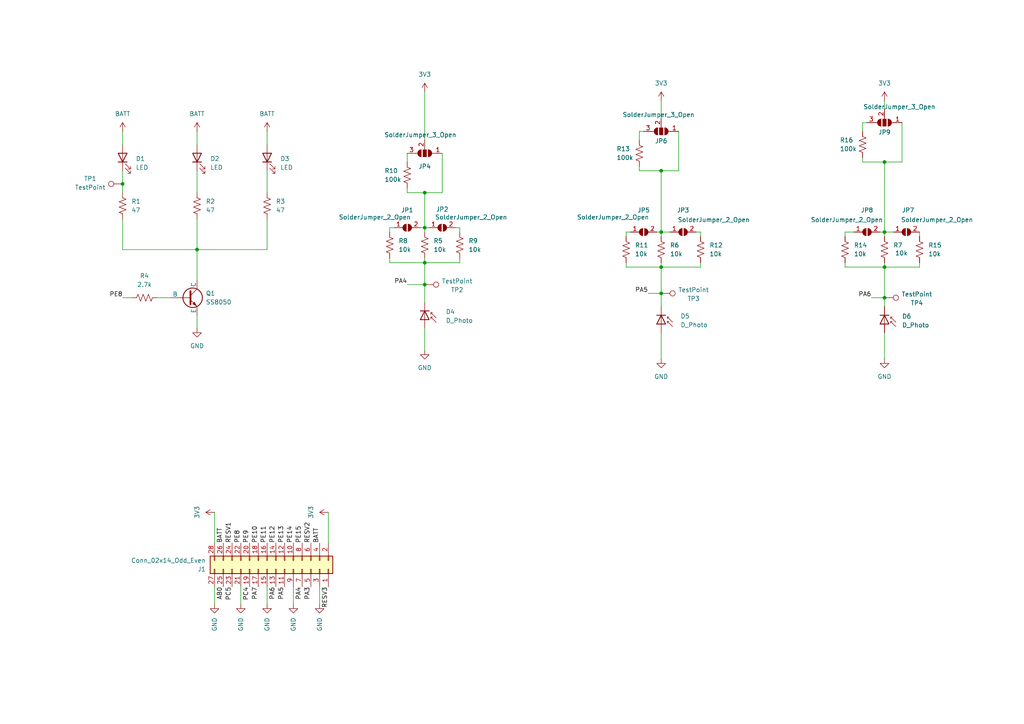
<source format=kicad_sch>
(kicad_sch (version 20231120) (generator "eeschema") (generator_version "8.0")
  (paper "A4")
  (lib_symbols
    (symbol "Connector:TestPoint" (pin_numbers hide) (pin_names (offset 0.762) hide)
      (property "Reference" "TP" (at 0 6.858 0))
      (property "Value" "TestPoint" (at 0 5.08 0))
      (symbol "TestPoint_0_1"
        (circle (center 0 3.302) (radius 0.762))
      )
      (symbol "TestPoint_1_1"
        (pin passive line (at 0 0 90) (length 2.54) (name "1") (number "1"))
      )
    )
    (symbol "Connector_Generic:Conn_02x14_Odd_Even" (pin_names (offset 1.016) hide)
      (property "Reference" "J" (at 1.27 17.78 0))
      (property "Value" "Conn_02x14_Odd_Even" (at 1.27 -20.32 0))
      (symbol "Conn_02x14_Odd_Even_1_1"
        (rectangle (start -1.27 -17.653) (end 0 -17.907) (stroke (width 0.1524)))
        (rectangle (start -1.27 -15.113) (end 0 -15.367) (stroke (width 0.1524)))
        (rectangle (start -1.27 -12.573) (end 0 -12.827) (stroke (width 0.1524)))
        (rectangle (start -1.27 -10.033) (end 0 -10.287) (stroke (width 0.1524)))
        (rectangle (start -1.27 -7.493) (end 0 -7.747) (stroke (width 0.1524)))
        (rectangle (start -1.27 -4.953) (end 0 -5.207) (stroke (width 0.1524)))
        (rectangle (start -1.27 -2.413) (end 0 -2.667) (stroke (width 0.1524)))
        (rectangle (start -1.27 0.127) (end 0 -0.127) (stroke (width 0.1524)))
        (rectangle (start -1.27 2.667) (end 0 2.413) (stroke (width 0.1524)))
        (rectangle (start -1.27 5.207) (end 0 4.953) (stroke (width 0.1524)))
        (rectangle (start -1.27 7.747) (end 0 7.493) (stroke (width 0.1524)))
        (rectangle (start -1.27 10.287) (end 0 10.033) (stroke (width 0.1524)))
        (rectangle (start -1.27 12.827) (end 0 12.573) (stroke (width 0.1524)))
        (rectangle (start -1.27 15.367) (end 0 15.113) (stroke (width 0.1524)))
        (rectangle (start -1.27 16.51) (end 3.81 -19.05) (stroke (width 0.254)) (fill (type background)))
        (rectangle (start 3.81 -17.653) (end 2.54 -17.907) (stroke (width 0.1524)))
        (rectangle (start 3.81 -15.113) (end 2.54 -15.367) (stroke (width 0.1524)))
        (rectangle (start 3.81 -12.573) (end 2.54 -12.827) (stroke (width 0.1524)))
        (rectangle (start 3.81 -10.033) (end 2.54 -10.287) (stroke (width 0.1524)))
        (rectangle (start 3.81 -7.493) (end 2.54 -7.747) (stroke (width 0.1524)))
        (rectangle (start 3.81 -4.953) (end 2.54 -5.207) (stroke (width 0.1524)))
        (rectangle (start 3.81 -2.413) (end 2.54 -2.667) (stroke (width 0.1524)))
        (rectangle (start 3.81 0.127) (end 2.54 -0.127) (stroke (width 0.1524)))
        (rectangle (start 3.81 2.667) (end 2.54 2.413) (stroke (width 0.1524)))
        (rectangle (start 3.81 5.207) (end 2.54 4.953) (stroke (width 0.1524)))
        (rectangle (start 3.81 7.747) (end 2.54 7.493) (stroke (width 0.1524)))
        (rectangle (start 3.81 10.287) (end 2.54 10.033) (stroke (width 0.1524)))
        (rectangle (start 3.81 12.827) (end 2.54 12.573) (stroke (width 0.1524)))
        (rectangle (start 3.81 15.367) (end 2.54 15.113) (stroke (width 0.1524)))
        (pin passive line (at -5.08 15.24 0) (length 3.81) (name "Pin_1") (number "1"))
        (pin passive line (at 7.62 5.08 180) (length 3.81) (name "Pin_10") (number "10"))
        (pin passive line (at -5.08 2.54 0) (length 3.81) (name "Pin_11") (number "11"))
        (pin passive line (at 7.62 2.54 180) (length 3.81) (name "Pin_12") (number "12"))
        (pin passive line (at -5.08 0 0) (length 3.81) (name "Pin_13") (number "13"))
        (pin passive line (at 7.62 0 180) (length 3.81) (name "Pin_14") (number "14"))
        (pin passive line (at -5.08 -2.54 0) (length 3.81) (name "Pin_15") (number "15"))
        (pin passive line (at 7.62 -2.54 180) (length 3.81) (name "Pin_16") (number "16"))
        (pin passive line (at -5.08 -5.08 0) (length 3.81) (name "Pin_17") (number "17"))
        (pin passive line (at 7.62 -5.08 180) (length 3.81) (name "Pin_18") (number "18"))
        (pin passive line (at -5.08 -7.62 0) (length 3.81) (name "Pin_19") (number "19"))
        (pin passive line (at 7.62 15.24 180) (length 3.81) (name "Pin_2") (number "2"))
        (pin passive line (at 7.62 -7.62 180) (length 3.81) (name "Pin_20") (number "20"))
        (pin passive line (at -5.08 -10.16 0) (length 3.81) (name "Pin_21") (number "21"))
        (pin passive line (at 7.62 -10.16 180) (length 3.81) (name "Pin_22") (number "22"))
        (pin passive line (at -5.08 -12.7 0) (length 3.81) (name "Pin_23") (number "23"))
        (pin passive line (at 7.62 -12.7 180) (length 3.81) (name "Pin_24") (number "24"))
        (pin passive line (at -5.08 -15.24 0) (length 3.81) (name "Pin_25") (number "25"))
        (pin passive line (at 7.62 -15.24 180) (length 3.81) (name "Pin_26") (number "26"))
        (pin passive line (at -5.08 -17.78 0) (length 3.81) (name "Pin_27") (number "27"))
        (pin passive line (at 7.62 -17.78 180) (length 3.81) (name "Pin_28") (number "28"))
        (pin passive line (at -5.08 12.7 0) (length 3.81) (name "Pin_3") (number "3"))
        (pin passive line (at 7.62 12.7 180) (length 3.81) (name "Pin_4") (number "4"))
        (pin passive line (at -5.08 10.16 0) (length 3.81) (name "Pin_5") (number "5"))
        (pin passive line (at 7.62 10.16 180) (length 3.81) (name "Pin_6") (number "6"))
        (pin passive line (at -5.08 7.62 0) (length 3.81) (name "Pin_7") (number "7"))
        (pin passive line (at 7.62 7.62 180) (length 3.81) (name "Pin_8") (number "8"))
        (pin passive line (at -5.08 5.08 0) (length 3.81) (name "Pin_9") (number "9"))
      )
    )
    (symbol "Device:D_Photo" (pin_numbers hide) (pin_names hide)
      (property "Reference" "D" (at 0.508 1.778 0))
      (property "Value" "D_Photo" (at -1.016 -2.794 0))
      (symbol "D_Photo_0_1"
        (polyline (pts (xy -2.54 1.27) (xy -2.54 -1.27)) (stroke (width 0.254)))
        (polyline (pts (xy -2.032 1.778) (xy -1.524 1.778)))
        (polyline (pts (xy 0 0) (xy -2.54 0)))
        (polyline (pts (xy -0.508 3.302) (xy -2.032 1.778) (xy -2.032 2.286)))
        (polyline (pts (xy 0 -1.27) (xy 0 1.27) (xy -2.54 0) (xy 0 -1.27)) (stroke (width 0.254)))
        (polyline (pts (xy 0.762 3.302) (xy -0.762 1.778) (xy -0.762 2.286) (xy -0.762 1.778) (xy -0.254 1.778)))
      )
      (symbol "D_Photo_1_1"
        (pin passive line (at -5.08 0 0) (length 2.54) (name "K") (number "1"))
        (pin passive line (at 2.54 0 180) (length 2.54) (name "A") (number "2"))
      )
    )
    (symbol "Device:LED" (pin_numbers hide) (pin_names (offset 1.016) hide)
      (property "Reference" "D" (at 0 2.54 0))
      (property "Value" "LED" (at 0 -2.54 0))
      (symbol "LED_0_1"
        (polyline (pts (xy -1.27 -1.27) (xy -1.27 1.27)) (stroke (width 0.254)))
        (polyline (pts (xy -1.27 0) (xy 1.27 0)))
        (polyline (pts (xy 1.27 -1.27) (xy 1.27 1.27) (xy -1.27 0) (xy 1.27 -1.27)) (stroke (width 0.254)))
        (polyline (pts (xy -3.048 -0.762) (xy -4.572 -2.286) (xy -3.81 -2.286) (xy -4.572 -2.286) (xy -4.572 -1.524)))
        (polyline (pts (xy -1.778 -0.762) (xy -3.302 -2.286) (xy -2.54 -2.286) (xy -3.302 -2.286) (xy -3.302 -1.524)))
      )
      (symbol "LED_1_1"
        (pin passive line (at -3.81 0 0) (length 2.54) (name "K") (number "1"))
        (pin passive line (at 3.81 0 180) (length 2.54) (name "A") (number "2"))
      )
    )
    (symbol "Device:R_US" (pin_numbers hide) (pin_names (offset 0))
      (property "Reference" "R" (at 2.54 0 90))
      (property "Value" "R_US" (at -2.54 0 90))
      (symbol "R_US_0_1"
        (polyline (pts (xy 0 -2.286) (xy 0 -2.54)))
        (polyline (pts (xy 0 2.286) (xy 0 2.54)))
        (polyline (pts (xy 0 -0.762) (xy 1.016 -1.143) (xy 0 -1.524) (xy -1.016 -1.905) (xy 0 -2.286)))
        (polyline (pts (xy 0 0.762) (xy 1.016 0.381) (xy 0 0) (xy -1.016 -0.381) (xy 0 -0.762)))
        (polyline (pts (xy 0 2.286) (xy 1.016 1.905) (xy 0 1.524) (xy -1.016 1.143) (xy 0 0.762)))
      )
      (symbol "R_US_1_1"
        (pin passive line (at 0 3.81 270) (length 1.27) (name "~") (number "1"))
        (pin passive line (at 0 -3.81 90) (length 1.27) (name "~") (number "2"))
      )
    )
    (symbol "Jumper:SolderJumper_2_Open" (pin_names (offset 0) hide)
      (property "Reference" "JP" (at 0 2.032 0))
      (property "Value" "SolderJumper_2_Open" (at 0 -2.54 0))
      (symbol "SolderJumper_2_Open_0_1"
        (arc (start -0.254 1.016) (mid -1.2656 0) (end -0.254 -1.016))
        (arc (start -0.254 1.016) (mid -1.2656 0) (end -0.254 -1.016) (fill (type outline)))
        (polyline (pts (xy -0.254 1.016) (xy -0.254 -1.016)))
        (polyline (pts (xy 0.254 1.016) (xy 0.254 -1.016)))
        (arc (start 0.254 -1.016) (mid 1.2656 0) (end 0.254 1.016))
        (arc (start 0.254 -1.016) (mid 1.2656 0) (end 0.254 1.016) (fill (type outline)))
      )
      (symbol "SolderJumper_2_Open_1_1"
        (pin passive line (at -3.81 0 0) (length 2.54) (name "A") (number "1"))
        (pin passive line (at 3.81 0 180) (length 2.54) (name "B") (number "2"))
      )
    )
    (symbol "Jumper:SolderJumper_3_Open" (pin_names (offset 0) hide)
      (property "Reference" "JP" (at -2.54 -2.54 0))
      (property "Value" "SolderJumper_3_Open" (at 0 2.794 0))
      (symbol "SolderJumper_3_Open_0_1"
        (arc (start -1.016 1.016) (mid -2.0276 0) (end -1.016 -1.016))
        (arc (start -1.016 1.016) (mid -2.0276 0) (end -1.016 -1.016) (fill (type outline)))
        (rectangle (start -0.508 1.016) (end 0.508 -1.016) (fill (type outline)))
        (polyline (pts (xy -2.54 0) (xy -2.032 0)))
        (polyline (pts (xy -1.016 1.016) (xy -1.016 -1.016)))
        (polyline (pts (xy 0 -1.27) (xy 0 -1.016)))
        (polyline (pts (xy 1.016 1.016) (xy 1.016 -1.016)))
        (polyline (pts (xy 2.54 0) (xy 2.032 0)))
        (arc (start 1.016 -1.016) (mid 2.0276 0) (end 1.016 1.016))
        (arc (start 1.016 -1.016) (mid 2.0276 0) (end 1.016 1.016) (fill (type outline)))
      )
      (symbol "SolderJumper_3_Open_1_1"
        (pin passive line (at -5.08 0 0) (length 2.54) (name "A") (number "1"))
        (pin passive line (at 0 -3.81 90) (length 2.54) (name "C") (number "2"))
        (pin passive line (at 5.08 0 180) (length 2.54) (name "B") (number "3"))
      )
    )
    (symbol "Simulation_SPICE:NPN" (pin_numbers hide) (pin_names (offset 0))
      (property "Reference" "Q" (at -2.54 7.62 0))
      (property "Value" "NPN" (at -2.54 5.08 0))
      (symbol "NPN_0_1"
        (polyline (pts (xy -2.54 0) (xy 0.635 0)) (stroke (width 0.1524)))
        (polyline (pts (xy 0.635 0.635) (xy 2.54 2.54)))
        (polyline (pts (xy 2.794 -1.27) (xy 2.794 -1.27)) (stroke (width 0.1524)))
        (polyline (pts (xy 2.794 -1.27) (xy 2.794 -1.27)) (stroke (width 0.1524)))
        (polyline (pts (xy 0.635 -0.635) (xy 2.54 -2.54) (xy 2.54 -2.54)))
        (polyline (pts (xy 0.635 1.905) (xy 0.635 -1.905) (xy 0.635 -1.905)) (stroke (width 0.508)))
        (polyline (pts (xy 1.27 -1.778) (xy 1.778 -1.27) (xy 2.286 -2.286) (xy 1.27 -1.778) (xy 1.27 -1.778)) (fill (type outline)))
        (circle (center 1.27 0) (radius 2.8194) (stroke (width 0.254)))
      )
      (symbol "NPN_1_1"
        (pin open_collector line (at 2.54 5.08 270) (length 2.54) (name "C") (number "1"))
        (pin input line (at -5.08 0 0) (length 2.54) (name "B") (number "2"))
        (pin open_emitter line (at 2.54 -5.08 90) (length 2.54) (name "E") (number "3"))
      )
    )
    (symbol "power:+3V3" (power) (pin_numbers hide) (pin_names (offset 0) hide)
      (property "Value" "+3V3" (at 0 3.556 0))
      (symbol "+3V3_0_1"
        (polyline (pts (xy -0.762 1.27) (xy 0 2.54)))
        (polyline (pts (xy 0 0) (xy 0 2.54)))
        (polyline (pts (xy 0 2.54) (xy 0.762 1.27)))
      )
      (symbol "+3V3_1_1"
        (pin power_in line (at 0 0 90) (length 0) (name "~") (number "1"))
      )
    )
    (symbol "power:GND" (power) (pin_numbers hide) (pin_names (offset 0) hide)
      (property "Value" "GND" (at 0 -3.81 0))
      (symbol "GND_0_1"
        (polyline (pts (xy 0 0) (xy 0 -1.27) (xy 1.27 -1.27) (xy 0 -2.54) (xy -1.27 -1.27) (xy 0 -1.27)))
      )
      (symbol "GND_1_1"
        (pin power_in line (at 0 0 270) (length 0) (name "~") (number "1"))
      )
    )
    (symbol "power:VDD" (power) (pin_numbers hide) (pin_names (offset 0) hide)
      (property "Value" "VDD" (at 0 3.556 0))
      (symbol "VDD_0_1"
        (polyline (pts (xy -0.762 1.27) (xy 0 2.54)))
        (polyline (pts (xy 0 0) (xy 0 2.54)))
        (polyline (pts (xy 0 2.54) (xy 0.762 1.27)))
      )
      (symbol "VDD_1_1"
        (pin power_in line (at 0 0 90) (length 0) (name "~") (number "1"))
      )
    )
  )
  (junction (at 57.15 72.39))
  (junction (at 256.54 46.99))
  (junction (at 256.54 77.47))
  (junction (at 256.54 67.31))
  (junction (at 256.54 86.36))
  (junction (at 191.77 85.09))
  (junction (at 123.19 82.55))
  (junction (at 35.56 53.34))
  (junction (at 123.19 66.04))
  (junction (at 191.77 49.53))
  (junction (at 123.19 55.88))
  (junction (at 191.77 67.31))
  (junction (at 191.77 77.47))
  (junction (at 123.19 76.2))
  (wire (pts (xy 181.61 67.31) (xy 182.88 67.31)))
  (wire (pts (xy 57.15 38.1) (xy 57.15 41.91)))
  (wire (pts (xy 245.11 68.58) (xy 245.11 67.31)))
  (wire (pts (xy 128.27 44.45) (xy 128.27 55.88)))
  (wire (pts (xy 77.47 63.5) (xy 77.47 72.39)))
  (wire (pts (xy 203.2 67.31) (xy 201.93 67.31)))
  (wire (pts (xy 57.15 72.39) (xy 77.47 72.39)))
  (wire (pts (xy 62.23 175.26) (xy 62.23 170.18)))
  (wire (pts (xy 256.54 86.36) (xy 256.54 88.9)))
  (wire (pts (xy 77.47 49.53) (xy 77.47 55.88)))
  (wire (pts (xy 187.96 85.09) (xy 191.77 85.09)))
  (wire (pts (xy 185.42 49.53) (xy 185.42 48.26)))
  (wire (pts (xy 203.2 67.31) (xy 203.2 68.58)))
  (wire (pts (xy 123.19 66.04) (xy 124.46 66.04)))
  (wire (pts (xy 256.54 29.21) (xy 256.54 31.75)))
  (wire (pts (xy 118.11 55.88) (xy 118.11 54.61)))
  (wire (pts (xy 35.56 49.53) (xy 35.56 53.34)))
  (wire (pts (xy 185.42 49.53) (xy 191.77 49.53)))
  (wire (pts (xy 118.11 44.45) (xy 118.11 46.99)))
  (wire (pts (xy 256.54 67.31) (xy 259.08 67.31)))
  (wire (pts (xy 191.77 49.53) (xy 191.77 67.31)))
  (wire (pts (xy 191.77 29.21) (xy 191.77 34.29)))
  (wire (pts (xy 92.71 175.26) (xy 92.71 170.18)))
  (wire (pts (xy 132.08 66.04) (xy 133.35 66.04)))
  (wire (pts (xy 35.56 38.1) (xy 35.56 41.91)))
  (wire (pts (xy 261.62 35.56) (xy 261.62 46.99)))
  (wire (pts (xy 196.85 38.1) (xy 196.85 49.53)))
  (wire (pts (xy 123.19 95.25) (xy 123.19 101.6)))
  (wire (pts (xy 45.72 86.36) (xy 49.53 86.36)))
  (wire (pts (xy 256.54 67.31) (xy 256.54 68.58)))
  (wire (pts (xy 250.19 35.56) (xy 251.46 35.56)))
  (wire (pts (xy 35.56 63.5) (xy 35.56 72.39)))
  (wire (pts (xy 85.09 175.26) (xy 85.09 170.18)))
  (wire (pts (xy 245.11 76.2) (xy 245.11 77.47)))
  (wire (pts (xy 250.19 46.99) (xy 256.54 46.99)))
  (wire (pts (xy 123.19 82.55) (xy 123.19 87.63)))
  (wire (pts (xy 191.77 67.31) (xy 191.77 68.58)))
  (wire (pts (xy 57.15 72.39) (xy 57.15 81.28)))
  (wire (pts (xy 245.11 77.47) (xy 256.54 77.47)))
  (wire (pts (xy 77.47 175.26) (xy 77.47 170.18)))
  (wire (pts (xy 191.77 77.47) (xy 203.2 77.47)))
  (wire (pts (xy 191.77 77.47) (xy 191.77 85.09)))
  (wire (pts (xy 69.85 175.26) (xy 69.85 170.18)))
  (wire (pts (xy 133.35 66.04) (xy 133.35 67.31)))
  (wire (pts (xy 191.77 85.09) (xy 191.77 88.9)))
  (wire (pts (xy 57.15 49.53) (xy 57.15 55.88)))
  (wire (pts (xy 35.56 72.39) (xy 57.15 72.39)))
  (wire (pts (xy 185.42 38.1) (xy 186.69 38.1)))
  (wire (pts (xy 121.92 66.04) (xy 123.19 66.04)))
  (wire (pts (xy 77.47 38.1) (xy 77.47 41.91)))
  (wire (pts (xy 62.23 148.59) (xy 62.23 157.48)))
  (wire (pts (xy 256.54 77.47) (xy 266.7 77.47)))
  (wire (pts (xy 113.03 66.04) (xy 114.3 66.04)))
  (wire (pts (xy 250.19 35.56) (xy 250.19 38.1)))
  (wire (pts (xy 123.19 76.2) (xy 123.19 82.55)))
  (wire (pts (xy 191.77 49.53) (xy 196.85 49.53)))
  (wire (pts (xy 250.19 46.99) (xy 250.19 45.72)))
  (wire (pts (xy 113.03 67.31) (xy 113.03 66.04)))
  (wire (pts (xy 113.03 76.2) (xy 123.19 76.2)))
  (wire (pts (xy 256.54 46.99) (xy 256.54 67.31)))
  (wire (pts (xy 123.19 66.04) (xy 123.19 67.31)))
  (wire (pts (xy 118.11 82.55) (xy 123.19 82.55)))
  (wire (pts (xy 35.56 53.34) (xy 35.56 55.88)))
  (wire (pts (xy 35.56 86.36) (xy 38.1 86.36)))
  (wire (pts (xy 181.61 76.2) (xy 181.61 77.47)))
  (wire (pts (xy 118.11 55.88) (xy 123.19 55.88)))
  (wire (pts (xy 252.73 86.36) (xy 256.54 86.36)))
  (wire (pts (xy 57.15 91.44) (xy 57.15 95.25)))
  (wire (pts (xy 266.7 76.2) (xy 266.7 77.47)))
  (wire (pts (xy 266.7 68.58) (xy 266.7 67.31)))
  (wire (pts (xy 95.25 157.48) (xy 95.25 148.59)))
  (wire (pts (xy 133.35 74.93) (xy 133.35 76.2)))
  (wire (pts (xy 123.19 55.88) (xy 128.27 55.88)))
  (wire (pts (xy 113.03 74.93) (xy 113.03 76.2)))
  (wire (pts (xy 256.54 76.2) (xy 256.54 77.47)))
  (wire (pts (xy 256.54 96.52) (xy 256.54 104.14)))
  (wire (pts (xy 133.35 76.2) (xy 123.19 76.2)))
  (wire (pts (xy 190.5 67.31) (xy 191.77 67.31)))
  (wire (pts (xy 203.2 76.2) (xy 203.2 77.47)))
  (wire (pts (xy 185.42 38.1) (xy 185.42 40.64)))
  (wire (pts (xy 123.19 55.88) (xy 123.19 66.04)))
  (wire (pts (xy 123.19 74.93) (xy 123.19 76.2)))
  (wire (pts (xy 191.77 67.31) (xy 194.31 67.31)))
  (wire (pts (xy 57.15 63.5) (xy 57.15 72.39)))
  (wire (pts (xy 191.77 96.52) (xy 191.77 104.14)))
  (wire (pts (xy 181.61 77.47) (xy 191.77 77.47)))
  (wire (pts (xy 123.19 26.67) (xy 123.19 40.64)))
  (wire (pts (xy 256.54 46.99) (xy 261.62 46.99)))
  (wire (pts (xy 256.54 77.47) (xy 256.54 86.36)))
  (wire (pts (xy 191.77 76.2) (xy 191.77 77.47)))
  (wire (pts (xy 245.11 67.31) (xy 247.65 67.31)))
  (wire (pts (xy 255.27 67.31) (xy 256.54 67.31)))
  (wire (pts (xy 181.61 68.58) (xy 181.61 67.31)))
  (label "PE9" (at 72.39 157.48 90))
  (label "PE12" (at 80.01 157.48 90))
  (label "PE14" (at 85.09 157.48 90))
  (label "PA5" (at 82.55 170.18 270))
  (label "PA6" (at 252.73 86.36 180))
  (label "PE10" (at 74.93 157.48 90))
  (label "AB0" (at 64.77 170.18 270))
  (label "BATT" (at 92.71 157.48 90))
  (label "PE8" (at 69.85 157.48 90))
  (label "RESV1" (at 67.31 157.48 90))
  (label "PC4" (at 72.39 170.18 270))
  (label "PE13" (at 82.55 157.48 90))
  (label "PC5" (at 67.31 170.18 270))
  (label "BATT" (at 64.77 157.48 90))
  (label "PE15" (at 87.63 157.48 90))
  (label "PE11" (at 77.47 157.48 90))
  (label "PA7" (at 74.93 170.18 270))
  (label "PA4" (at 118.11 82.55 180))
  (label "PA3" (at 90.17 170.18 270))
  (label "PA4" (at 87.63 170.18 270))
  (label "PA6" (at 80.01 170.18 270))
  (label "PA5" (at 187.96 85.09 180))
  (label "PE8" (at 35.56 86.36 180))
  (label "RESV3" (at 95.25 170.18 270))
  (label "RESV2" (at 90.17 157.48 90))
  (symbol (lib_id "power:GND") (at 85.09 175.26 0) (unit 1)
    (property "Reference" "#PWR014" (effects (hide yes)))
    (property "Value" "GND" (at 85.0899 179.07 90) (effects (justify right)))
    (property "Description" "Power symbol creates a global label with name \"GND\" , ground" (effects (hide yes)))
  )
  (symbol (lib_id "Device:LED") (at 77.47 45.72 90) (unit 1)
    (property "Reference" "D3" (at 81.28 46.0374 90) (effects (justify right)))
    (property "Value" "LED" (at 81.28 48.5774 90) (effects (justify right)))
    (property "Footprint" "LED_THT:LED_D5.0mm" (effects (hide yes)))
    (property "Description" "Light emitting diode" (effects (hide yes)))
    (property "LCSC" "C405270" (effects (hide yes)))
    (property "Extended" "1" (effects (hide yes)))
    (property "Price" "0.0767" (effects (hide yes)))
    (property "Populate" "1" (effects (hide yes)))
  )
  (symbol (lib_id "Device:R_US") (at 118.11 50.8 0) (unit 1)
    (property "Reference" "R10" (at 111.506 49.53 0) (effects (justify left)))
    (property "Value" "100k" (at 111.506 52.07 0) (effects (justify left)))
    (property "Footprint" "Resistor_SMD:R_0805_2012Metric" (effects (hide yes)))
    (property "Description" "Resistor, US symbol" (effects (hide yes)))
    (property "LCSC" "C149504" (effects (hide yes)))
    (property "Extended" "0" (effects (hide yes)))
    (property "Price" "0.0017" (effects (hide yes)))
    (property "Populate" "1" (effects (hide yes)))
  )
  (symbol (lib_id "power:GND") (at 57.15 95.25 0) (unit 1)
    (property "Reference" "#PWR04" (effects (hide yes)))
    (property "Value" "GND" (at 57.15 100.33 0))
    (property "Description" "Power symbol creates a global label with name \"GND\" , ground" (effects (hide yes)))
  )
  (symbol (lib_id "Device:R_US") (at 250.19 41.91 0) (unit 1)
    (property "Reference" "R16" (at 243.586 40.64 0) (effects (justify left)))
    (property "Value" "100k" (at 243.586 43.18 0) (effects (justify left)))
    (property "Footprint" "Resistor_SMD:R_0805_2012Metric" (effects (hide yes)))
    (property "Description" "Resistor, US symbol" (effects (hide yes)))
    (property "LCSC" "C149504" (effects (hide yes)))
    (property "Extended" "0" (effects (hide yes)))
    (property "Price" "0.0017" (effects (hide yes)))
    (property "Populate" "1" (effects (hide yes)))
  )
  (symbol (lib_id "power:+3V3") (at 191.77 29.21 0) (unit 1)
    (property "Reference" "#PWR09" (effects (hide yes)))
    (property "Value" "3V3" (at 191.77 24.13 0))
    (property "Description" "Power symbol creates a global label with name \"+3V3\"" (effects (hide yes)))
  )
  (symbol (lib_id "power:GND") (at 191.77 104.14 0) (unit 1)
    (property "Reference" "#PWR010" (effects (hide yes)))
    (property "Value" "GND" (at 191.77 109.22 0))
    (property "Description" "Power symbol creates a global label with name \"GND\" , ground" (effects (hide yes)))
  )
  (symbol (lib_id "Jumper:SolderJumper_3_Open") (at 123.19 44.45 180) (unit 1)
    (property "Reference" "JP4" (at 123.19 48.26 0))
    (property "Value" "SolderJumper_3_Open" (at 121.92 39.116 0))
    (property "Description" "Solder Jumper, 3-pole, open" (effects (hide yes)))
  )
  (symbol (lib_id "power:GND") (at 92.71 175.26 0) (unit 1)
    (property "Reference" "#PWR013" (effects (hide yes)))
    (property "Value" "GND" (at 92.7099 179.07 90) (effects (justify right)))
    (property "Description" "Power symbol creates a global label with name \"GND\" , ground" (effects (hide yes)))
  )
  (symbol (lib_id "Jumper:SolderJumper_2_Open") (at 186.69 67.31 0) (unit 1)
    (property "Reference" "JP5" (at 186.69 60.96 0))
    (property "Value" "SolderJumper_2_Open" (at 177.8 62.992 0))
    (property "Description" "Solder Jumper, 2-pole, open" (effects (hide yes)))
  )
  (symbol (lib_id "Connector:TestPoint") (at 123.19 82.55 270) (unit 1)
    (property "Reference" "TP2" (at 132.588 84.074 90))
    (property "Value" "TestPoint" (at 132.588 81.534 90))
    (property "Description" "test point" (effects (hide yes)))
  )
  (symbol (lib_id "Device:R_US") (at 203.2 72.39 0) (unit 1)
    (property "Reference" "R12" (at 205.74 71.1199 0) (effects (justify left)))
    (property "Value" "10k" (at 205.74 73.6599 0) (effects (justify left)))
    (property "Footprint" "Resistor_SMD:R_0805_2012Metric" (effects (hide yes)))
    (property "Description" "Resistor, US symbol" (effects (hide yes)))
    (property "LCSC" "C17414" (effects (hide yes)))
    (property "Extended" "0" (effects (hide yes)))
    (property "Price" "0.0013" (effects (hide yes)))
    (property "Populate" "1" (effects (hide yes)))
  )
  (symbol (lib_id "power:VDD") (at 77.47 38.1 0) (unit 1)
    (property "Reference" "#PWR05" (effects (hide yes)))
    (property "Value" "BATT" (at 77.47 33.02 0))
    (property "Description" "Power symbol creates a global label with name \"VDD\"" (effects (hide yes)))
  )
  (symbol (lib_id "Device:D_Photo") (at 191.77 93.98 270) (unit 1)
    (property "Reference" "D5" (at 197.358 91.694 90) (effects (justify left)))
    (property "Value" "D_Photo" (at 197.358 94.234 90) (effects (justify left)))
    (property "Footprint" "LED_THT:LED_D5.0mm" (effects (hide yes)))
    (property "Description" "Photodiode" (effects (hide yes)))
    (property "LCSC" "C95399" (effects (hide yes)))
    (property "Extended" "1" (effects (hide yes)))
    (property "Price" "0.1518" (effects (hide yes)))
    (property "Populate" "1" (effects (hide yes)))
  )
  (symbol (lib_id "power:GND") (at 69.85 175.26 0) (unit 1)
    (property "Reference" "#PWR016" (effects (hide yes)))
    (property "Value" "GND" (at 69.8499 179.07 90) (effects (justify right)))
    (property "Description" "Power symbol creates a global label with name \"GND\" , ground" (effects (hide yes)))
  )
  (symbol (lib_id "power:+3V3") (at 95.25 148.59 90) (unit 1)
    (property "Reference" "#PWR06" (effects (hide yes)))
    (property "Value" "3V3" (at 90.17 148.59 0))
    (property "Description" "Power symbol creates a global label with name \"+3V3\"" (effects (hide yes)))
  )
  (symbol (lib_id "power:+3V3") (at 62.23 148.59 90) (unit 1)
    (property "Reference" "#PWR01" (effects (hide yes)))
    (property "Value" "3V3" (at 57.15 148.59 0))
    (property "Description" "Power symbol creates a global label with name \"+3V3\"" (effects (hide yes)))
  )
  (symbol (lib_id "Device:R_US") (at 191.77 72.39 0) (unit 1)
    (property "Reference" "R6" (at 194.31 71.1199 0) (effects (justify left)))
    (property "Value" "10k" (at 194.31 73.6599 0) (effects (justify left)))
    (property "Footprint" "Resistor_SMD:R_0805_2012Metric" (effects (hide yes)))
    (property "Description" "Resistor, US symbol" (effects (hide yes)))
    (property "LCSC" "C17414" (effects (hide yes)))
    (property "Extended" "0" (effects (hide yes)))
    (property "Price" "0.0013" (effects (hide yes)))
    (property "Populate" "1" (effects (hide yes)))
  )
  (symbol (lib_id "Device:R_US") (at 245.11 72.39 0) (unit 1)
    (property "Reference" "R14" (at 247.65 71.1199 0) (effects (justify left)))
    (property "Value" "10k" (at 247.65 73.6599 0) (effects (justify left)))
    (property "Footprint" "Resistor_SMD:R_0805_2012Metric" (effects (hide yes)))
    (property "Description" "Resistor, US symbol" (effects (hide yes)))
    (property "LCSC" "C17414" (effects (hide yes)))
    (property "Extended" "0" (effects (hide yes)))
    (property "Price" "0.0013" (effects (hide yes)))
    (property "Populate" "1" (effects (hide yes)))
  )
  (symbol (lib_id "power:VDD") (at 35.56 38.1 0) (unit 1)
    (property "Reference" "#PWR02" (effects (hide yes)))
    (property "Value" "BATT" (at 35.56 33.02 0))
    (property "Description" "Power symbol creates a global label with name \"VDD\"" (effects (hide yes)))
  )
  (symbol (lib_id "power:+3V3") (at 123.19 26.67 0) (unit 1)
    (property "Reference" "#PWR07" (effects (hide yes)))
    (property "Value" "3V3" (at 123.19 21.59 0))
    (property "Description" "Power symbol creates a global label with name \"+3V3\"" (effects (hide yes)))
  )
  (symbol (lib_id "power:GND") (at 77.47 175.26 0) (unit 1)
    (property "Reference" "#PWR015" (effects (hide yes)))
    (property "Value" "GND" (at 77.4699 179.07 90) (effects (justify right)))
    (property "Description" "Power symbol creates a global label with name \"GND\" , ground" (effects (hide yes)))
  )
  (symbol (lib_id "Device:R_US") (at 41.91 86.36 90) (unit 1)
    (property "Reference" "R4" (at 41.91 80.01 90))
    (property "Value" "2.7k" (at 41.91 82.55 90))
    (property "Footprint" "Resistor_SMD:R_0805_2012Metric" (effects (hide yes)))
    (property "Description" "Resistor, US symbol" (effects (hide yes)))
    (property "LCSC" "C17530" (effects (hide yes)))
    (property "Extended" "0" (effects (hide yes)))
    (property "Price" "0.0016" (effects (hide yes)))
    (property "Populate" "1" (effects (hide yes)))
  )
  (symbol (lib_id "Device:R_US") (at 35.56 59.69 0) (unit 1)
    (property "Reference" "R1" (at 38.1 58.4199 0) (effects (justify left)))
    (property "Value" "47" (at 38.1 60.9599 0) (effects (justify left)))
    (property "Footprint" "Resistor_SMD:R_0805_2012Metric" (effects (hide yes)))
    (property "Description" "Resistor, US symbol" (effects (hide yes)))
    (property "LCSC" "C17714" (effects (hide yes)))
    (property "Extended" "0" (effects (hide yes)))
    (property "Price" "0.0017" (effects (hide yes)))
    (property "Populate" "1" (effects (hide yes)))
  )
  (symbol (lib_id "Device:R_US") (at 113.03 71.12 0) (unit 1)
    (property "Reference" "R8" (at 115.57 69.8499 0) (effects (justify left)))
    (property "Value" "10k" (at 115.57 72.3899 0) (effects (justify left)))
    (property "Footprint" "Resistor_SMD:R_0805_2012Metric" (effects (hide yes)))
    (property "Description" "Resistor, US symbol" (effects (hide yes)))
    (property "LCSC" "C17414" (effects (hide yes)))
    (property "Extended" "0" (effects (hide yes)))
    (property "Price" "0.0013" (effects (hide yes)))
    (property "Populate" "1" (effects (hide yes)))
  )
  (symbol (lib_id "power:GND") (at 123.19 101.6 0) (unit 1)
    (property "Reference" "#PWR08" (effects (hide yes)))
    (property "Value" "GND" (at 123.19 106.68 0))
    (property "Description" "Power symbol creates a global label with name \"GND\" , ground" (effects (hide yes)))
  )
  (symbol (lib_id "power:+3V3") (at 256.54 29.21 0) (unit 1)
    (property "Reference" "#PWR011" (effects (hide yes)))
    (property "Value" "3V3" (at 256.54 24.13 0))
    (property "Description" "Power symbol creates a global label with name \"+3V3\"" (effects (hide yes)))
  )
  (symbol (lib_id "Connector:TestPoint") (at 256.54 86.36 270) (unit 1)
    (property "Reference" "TP4" (at 265.938 87.884 90))
    (property "Value" "TestPoint" (at 265.938 85.344 90))
    (property "Description" "test point" (effects (hide yes)))
  )
  (symbol (lib_id "Device:R_US") (at 123.19 71.12 0) (unit 1)
    (property "Reference" "R5" (at 125.73 69.8499 0) (effects (justify left)))
    (property "Value" "10k" (at 125.73 72.3899 0) (effects (justify left)))
    (property "Footprint" "Resistor_SMD:R_0805_2012Metric" (effects (hide yes)))
    (property "Description" "Resistor, US symbol" (effects (hide yes)))
    (property "LCSC" "C17414" (effects (hide yes)))
    (property "Extended" "0" (effects (hide yes)))
    (property "Price" "0.0013" (effects (hide yes)))
    (property "Populate" "1" (effects (hide yes)))
  )
  (symbol (lib_id "Jumper:SolderJumper_3_Open") (at 256.54 35.56 180) (unit 1)
    (property "Reference" "JP9" (at 256.54 38.354 0))
    (property "Value" "SolderJumper_3_Open" (at 260.858 30.988 0))
    (property "Description" "Solder Jumper, 3-pole, open" (effects (hide yes)))
  )
  (symbol (lib_id "Device:LED") (at 57.15 45.72 90) (unit 1)
    (property "Reference" "D2" (at 60.96 46.0374 90) (effects (justify right)))
    (property "Value" "LED" (at 60.96 48.5774 90) (effects (justify right)))
    (property "Footprint" "LED_THT:LED_D5.0mm" (effects (hide yes)))
    (property "Description" "Light emitting diode" (effects (hide yes)))
    (property "LCSC" "C405270" (effects (hide yes)))
    (property "Extended" "1" (effects (hide yes)))
    (property "Price" "0.0767" (effects (hide yes)))
    (property "Populate" "1" (effects (hide yes)))
  )
  (symbol (lib_id "Device:R_US") (at 57.15 59.69 0) (unit 1)
    (property "Reference" "R2" (at 59.69 58.4199 0) (effects (justify left)))
    (property "Value" "47" (at 59.69 60.9599 0) (effects (justify left)))
    (property "Footprint" "Resistor_SMD:R_0805_2012Metric" (effects (hide yes)))
    (property "Description" "Resistor, US symbol" (effects (hide yes)))
    (property "LCSC" "C17714" (effects (hide yes)))
    (property "Extended" "0" (effects (hide yes)))
    (property "Price" "0.0017" (effects (hide yes)))
    (property "Populate" "1" (effects (hide yes)))
  )
  (symbol (lib_id "Jumper:SolderJumper_3_Open") (at 191.77 38.1 180) (unit 1)
    (property "Reference" "JP6" (at 191.77 40.894 0))
    (property "Value" "SolderJumper_3_Open" (at 191.008 33.274 0))
    (property "Description" "Solder Jumper, 3-pole, open" (effects (hide yes)))
  )
  (symbol (lib_id "Jumper:SolderJumper_2_Open") (at 128.27 66.04 0) (unit 1)
    (property "Reference" "JP2" (at 128.27 60.706 0))
    (property "Value" "SolderJumper_2_Open" (at 136.652 62.992 0))
    (property "Description" "Solder Jumper, 2-pole, open" (effects (hide yes)))
  )
  (symbol (lib_id "power:GND") (at 62.23 175.26 0) (unit 1)
    (property "Reference" "#PWR017" (effects (hide yes)))
    (property "Value" "GND" (at 62.2299 179.07 90) (effects (justify right)))
    (property "Description" "Power symbol creates a global label with name \"GND\" , ground" (effects (hide yes)))
  )
  (symbol (lib_id "Device:R_US") (at 181.61 72.39 0) (unit 1)
    (property "Reference" "R11" (at 184.15 71.1199 0) (effects (justify left)))
    (property "Value" "10k" (at 184.15 73.6599 0) (effects (justify left)))
    (property "Footprint" "Resistor_SMD:R_0805_2012Metric" (effects (hide yes)))
    (property "Description" "Resistor, US symbol" (effects (hide yes)))
    (property "LCSC" "C17414" (effects (hide yes)))
    (property "Extended" "0" (effects (hide yes)))
    (property "Price" "0.0013" (effects (hide yes)))
    (property "Populate" "1" (effects (hide yes)))
  )
  (symbol (lib_id "Device:R_US") (at 256.54 72.39 0) (unit 1)
    (property "Reference" "R7" (at 259.08 71.1199 0) (effects (justify left)))
    (property "Value" "10k" (at 259.588 73.406 0) (effects (justify left)))
    (property "Footprint" "Resistor_SMD:R_0805_2012Metric" (effects (hide yes)))
    (property "Description" "Resistor, US symbol" (effects (hide yes)))
    (property "LCSC" "C17414" (effects (hide yes)))
    (property "Extended" "0" (effects (hide yes)))
    (property "Price" "0.0013" (effects (hide yes)))
    (property "Populate" "1" (effects (hide yes)))
  )
  (symbol (lib_id "power:GND") (at 256.54 104.14 0) (unit 1)
    (property "Reference" "#PWR012" (effects (hide yes)))
    (property "Value" "GND" (at 256.54 109.22 0))
    (property "Description" "Power symbol creates a global label with name \"GND\" , ground" (effects (hide yes)))
  )
  (symbol (lib_id "Device:D_Photo") (at 256.54 93.98 270) (unit 1)
    (property "Reference" "D6" (at 261.62 91.7574 90) (effects (justify left)))
    (property "Value" "D_Photo" (at 261.62 94.2974 90) (effects (justify left)))
    (property "Footprint" "LED_THT:LED_D5.0mm" (effects (hide yes)))
    (property "Description" "Photodiode" (effects (hide yes)))
    (property "LCSC" "C95399" (effects (hide yes)))
    (property "Extended" "1" (effects (hide yes)))
    (property "Price" "0.1518" (effects (hide yes)))
    (property "Populate" "1" (effects (hide yes)))
  )
  (symbol (lib_id "Simulation_SPICE:NPN") (at 54.61 86.36 0) (unit 1)
    (property "Reference" "Q1" (at 59.69 85.0899 0) (effects (justify left)))
    (property "Value" "SS8050" (at 59.69 87.6299 0) (effects (justify left)))
    (property "Footprint" "Package_TO_SOT_SMD:SOT-23-3" (effects (hide yes)))
    (property "Datasheet" "https://ngspice.sourceforge.io/docs/ngspice-html-manual/manual.xhtml#cha_BJTs" (effects (hide yes)))
    (property "Description" "Bipolar transistor symbol for simulation only, substrate tied to the emitter" (effects (hide yes)))
    (property "Sim.Device" "NPN" (effects (hide yes)))
    (property "Sim.Type" "GUMMELPOON" (effects (hide yes)))
    (property "Sim.Pins" "1=C 2=B 3=E" (effects (hide yes)))
    (property "LCSC" "C2150" (effects (hide yes)))
    (property "Extended" "0" (effects (hide yes)))
    (property "Price" "0.06" (effects (hide yes)))
  )
  (symbol (lib_id "Jumper:SolderJumper_2_Open") (at 198.12 67.31 0) (unit 1)
    (property "Reference" "JP3" (at 198.12 60.96 0))
    (property "Value" "SolderJumper_2_Open" (at 207.01 63.754 0))
    (property "Description" "Solder Jumper, 2-pole, open" (effects (hide yes)))
  )
  (symbol (lib_id "power:VDD") (at 57.15 38.1 0) (unit 1)
    (property "Reference" "#PWR03" (effects (hide yes)))
    (property "Value" "BATT" (at 57.15 33.02 0))
    (property "Description" "Power symbol creates a global label with name \"VDD\"" (effects (hide yes)))
  )
  (symbol (lib_id "Connector_Generic:Conn_02x14_Odd_Even") (at 80.01 165.1 270) (mirror x) (unit 1)
    (property "Reference" "J1" (at 59.69 165.1001 90) (effects (justify right)))
    (property "Value" "Conn_02x14_Odd_Even" (at 59.69 162.5601 90) (effects (justify right)))
    (property "Footprint" "Connector_PinHeader_2.54mm:PinHeader_2x14_P2.54mm_Vertical" (effects (hide yes)))
    (property "Description" "Generic connector, double row, 02x14, odd/even pin numbering scheme (row 1 odd numbers, row 2 even numbers), script generated (kicad-library-utils/schlib/autogen/connector/)" (effects (hide yes)))
  )
  (symbol (lib_id "Device:LED") (at 35.56 45.72 90) (unit 1)
    (property "Reference" "D1" (at 39.37 46.0374 90) (effects (justify right)))
    (property "Value" "LED" (at 39.37 48.5774 90) (effects (justify right)))
    (property "Footprint" "LED_THT:LED_D5.0mm" (effects (hide yes)))
    (property "Description" "Light emitting diode" (effects (hide yes)))
    (property "LCSC" "C405270" (effects (hide yes)))
    (property "Extended" "1" (effects (hide yes)))
    (property "Price" "0.0767" (effects (hide yes)))
    (property "Populate" "1" (effects (hide yes)))
  )
  (symbol (lib_id "Jumper:SolderJumper_2_Open") (at 118.11 66.04 0) (unit 1)
    (property "Reference" "JP1" (at 118.11 60.96 0))
    (property "Value" "SolderJumper_2_Open" (at 108.712 62.992 0))
    (property "Description" "Solder Jumper, 2-pole, open" (effects (hide yes)))
  )
  (symbol (lib_id "Jumper:SolderJumper_2_Open") (at 251.46 67.31 0) (unit 1)
    (property "Reference" "JP8" (at 251.46 60.96 0))
    (property "Value" "SolderJumper_2_Open" (at 245.618 63.754 0))
    (property "Description" "Solder Jumper, 2-pole, open" (effects (hide yes)))
  )
  (symbol (lib_id "Jumper:SolderJumper_2_Open") (at 262.89 67.31 0) (unit 1)
    (property "Reference" "JP7" (at 263.398 60.96 0))
    (property "Value" "SolderJumper_2_Open" (at 271.78 63.754 0))
    (property "Description" "Solder Jumper, 2-pole, open" (effects (hide yes)))
  )
  (symbol (lib_id "Connector:TestPoint") (at 191.77 85.09 270) (unit 1)
    (property "Reference" "TP3" (at 201.168 86.614 90))
    (property "Value" "TestPoint" (at 201.168 84.074 90))
    (property "Description" "test point" (effects (hide yes)))
  )
  (symbol (lib_id "Device:D_Photo") (at 123.19 92.71 270) (unit 1)
    (property "Reference" "D4" (at 129.286 90.424 90) (effects (justify left)))
    (property "Value" "D_Photo" (at 129.286 92.964 90) (effects (justify left)))
    (property "Footprint" "LED_THT:LED_D5.0mm" (effects (hide yes)))
    (property "Description" "Photodiode" (effects (hide yes)))
    (property "LCSC" "C95399" (effects (hide yes)))
    (property "Extended" "1" (effects (hide yes)))
    (property "Price" "0.1518" (effects (hide yes)))
    (property "Populate" "1" (effects (hide yes)))
  )
  (symbol (lib_id "Device:R_US") (at 266.7 72.39 0) (unit 1)
    (property "Reference" "R15" (at 269.24 71.1199 0) (effects (justify left)))
    (property "Value" "10k" (at 269.24 73.6599 0) (effects (justify left)))
    (property "Footprint" "Resistor_SMD:R_0805_2012Metric" (effects (hide yes)))
    (property "Description" "Resistor, US symbol" (effects (hide yes)))
    (property "LCSC" "C17414" (effects (hide yes)))
    (property "Extended" "0" (effects (hide yes)))
    (property "Price" "0.0013" (effects (hide yes)))
    (property "Populate" "1" (effects (hide yes)))
  )
  (symbol (lib_id "Device:R_US") (at 77.47 59.69 0) (unit 1)
    (property "Reference" "R3" (at 80.01 58.4199 0) (effects (justify left)))
    (property "Value" "47" (at 80.01 60.9599 0) (effects (justify left)))
    (property "Footprint" "Resistor_SMD:R_0805_2012Metric" (effects (hide yes)))
    (property "Description" "Resistor, US symbol" (effects (hide yes)))
    (property "LCSC" "C17714" (effects (hide yes)))
    (property "Extended" "0" (effects (hide yes)))
    (property "Price" "0.0017" (effects (hide yes)))
    (property "Populate" "1" (effects (hide yes)))
  )
  (symbol (lib_id "Device:R_US") (at 133.35 71.12 0) (unit 1)
    (property "Reference" "R9" (at 135.89 69.8499 0) (effects (justify left)))
    (property "Value" "10k" (at 135.89 72.3899 0) (effects (justify left)))
    (property "Footprint" "Resistor_SMD:R_0805_2012Metric" (effects (hide yes)))
    (property "Description" "Resistor, US symbol" (effects (hide yes)))
    (property "LCSC" "C17414" (effects (hide yes)))
    (property "Extended" "0" (effects (hide yes)))
    (property "Price" "0.0013" (effects (hide yes)))
    (property "Populate" "1" (effects (hide yes)))
  )
  (symbol (lib_id "Connector:TestPoint") (at 35.56 53.34 90) (unit 1)
    (property "Reference" "TP1" (at 26.162 51.816 90))
    (property "Value" "TestPoint" (at 26.162 54.356 90))
    (property "Description" "test point" (effects (hide yes)))
  )
  (symbol (lib_id "Device:R_US") (at 185.42 44.45 0) (unit 1)
    (property "Reference" "R13" (at 178.816 43.18 0) (effects (justify left)))
    (property "Value" "100k" (at 178.816 45.72 0) (effects (justify left)))
    (property "Footprint" "Resistor_SMD:R_0805_2012Metric" (effects (hide yes)))
    (property "Description" "Resistor, US symbol" (effects (hide yes)))
    (property "LCSC" "C149504" (effects (hide yes)))
    (property "Extended" "0" (effects (hide yes)))
    (property "Price" "0.0017" (effects (hide yes)))
    (property "Populate" "1" (effects (hide yes)))
  )
)
</source>
